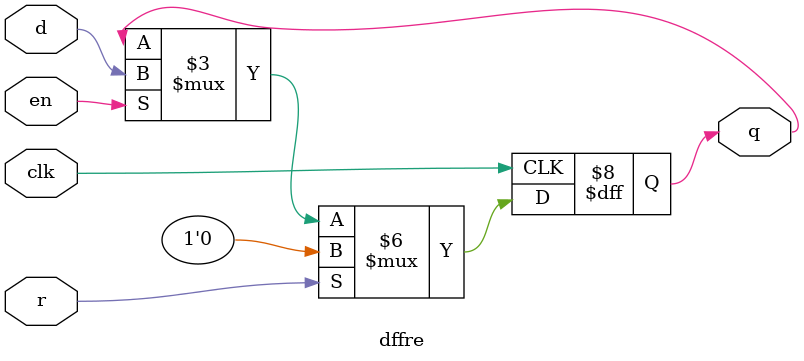
<source format=v>
module dffre #(parameter WIDTH = 1) (
    input clk,
    input r,
    input en,
    input [WIDTH-1:0] d,
    output reg [WIDTH-1:0] q
);

    always @(posedge clk)
        if (r)
            q <= {WIDTH{1'b0}};
        else if (en)
            q <= d;
        else
            q <= q;

endmodule
</source>
